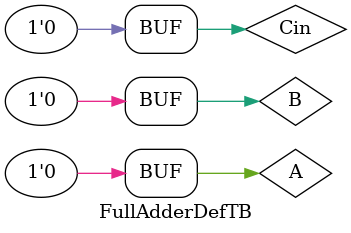
<source format=v>
`timescale 1ns / 1ps


module FullAdderDefTB(

    );

reg A;
reg B;
reg Cin;
wire Cout;
wire S;

FullAdderDef u1 (.A(A), .B(B), .Cin(Cin), .Cout(Cout), .S(S));

initial begin
//000
B = 1'b0;
A = 1'b0;
Cin = 1'b0;

#5
//001
B = 1'b1;
A = 1'b0;
Cin = 1'b0;

#5
//010
B = 1'b0;
A = 1'b1;
Cin = 1'b0;

#5
//011
B = 1'b1;
A = 1'b1;
Cin = 1'b0;

#5
//100
B = 1'b0;
A = 1'b0;
Cin = 1'b1;

#5
//101
B = 1'b1;
A = 1'b0;
Cin = 1'b1;

#5
//110
B = 1'b0;
A = 1'b1;
Cin = 1'b1;

#5
//111
B = 1'b1;
A = 1'b1;
Cin = 1'b1;

#5;
//000
B = 1'b0;
A = 1'b0;
Cin = 1'b0;
end
endmodule

</source>
